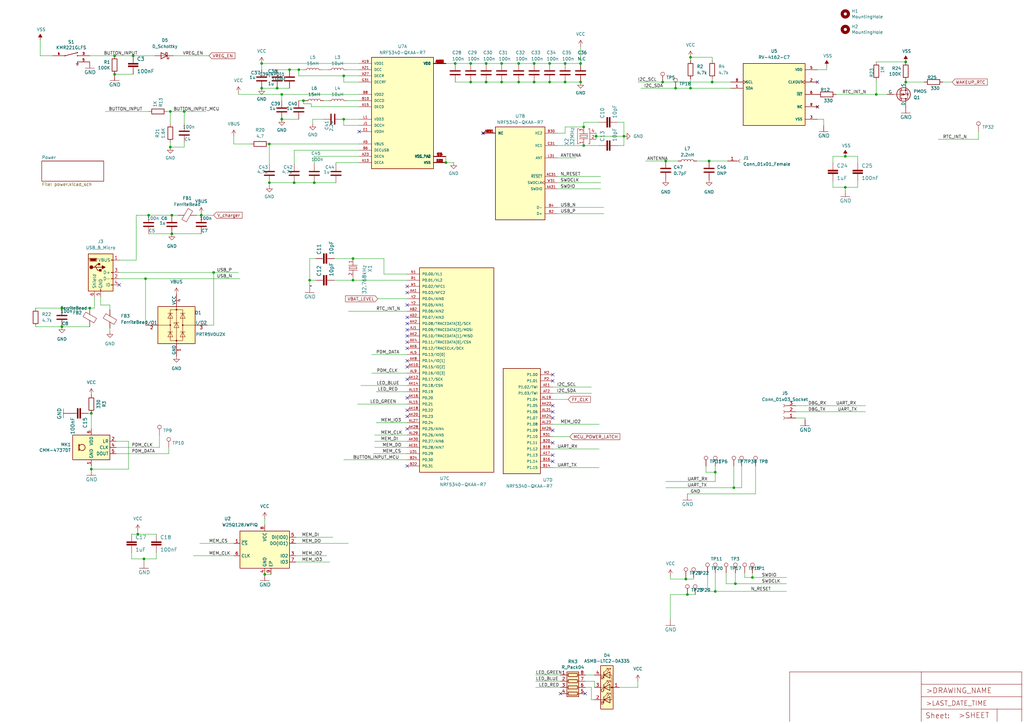
<source format=kicad_sch>
(kicad_sch (version 20230121) (generator eeschema)
  (paper "A3")
  (junction (at 115.57 48.895))
  (junction (at 205.74 33.655))
  (junction (at 113.665 36.195))
  (junction (at 144.78 106.045))
  (junction (at 75.565 45.72))
  (junction (at 70.485 88.265))
  (junction (at 238.125 26.035))
  (junction (at 59.055 229.235))
  (junction (at 199.39 26.035))
  (junction (at 127 114.935))
  (junction (at 281.94 243.84))
  (junction (at 283.21 36.195))
  (junction (at 193.04 26.035))
  (junction (at 36.83 126.365))
  (junction (at 140.97 31.115))
  (junction (at 300.99 200.025))
  (junction (at 54.61 22.86))
  (junction (at 60.96 88.265))
  (junction (at 124.46 41.275))
  (junction (at 271.78 33.655))
  (junction (at 255.905 55.88))
  (junction (at 56.515 219.075))
  (junction (at 238.125 33.655))
  (junction (at 239.395 52.07))
  (junction (at 346.71 76.835))
  (junction (at 293.37 193.675))
  (junction (at 25.4 133.985))
  (junction (at 69.85 45.72))
  (junction (at 371.475 25.4))
  (junction (at 82.55 88.265))
  (junction (at 122.555 28.575))
  (junction (at 225.425 26.035))
  (junction (at 371.475 33.655))
  (junction (at 144.78 114.935))
  (junction (at 212.725 33.655))
  (junction (at 301.625 239.395))
  (junction (at 193.04 33.655))
  (junction (at 219.075 26.035))
  (junction (at 219.075 33.655))
  (junction (at 140.97 48.895))
  (junction (at 182.88 66.675))
  (junction (at 308.61 236.855))
  (junction (at 118.745 28.575))
  (junction (at 244.475 55.88))
  (junction (at 293.37 242.57))
  (junction (at 87.63 111.76))
  (junction (at 277.0887 36.195))
  (junction (at 46.99 22.86))
  (junction (at 273.05 66.04))
  (junction (at 37.465 192.405))
  (junction (at 292.1 33.655))
  (junction (at 25.4 126.365))
  (junction (at 120.65 74.93))
  (junction (at 359.41 38.735))
  (junction (at 290.83 66.04))
  (junction (at 70.485 95.885))
  (junction (at 199.39 33.655))
  (junction (at 186.69 26.035))
  (junction (at 107.315 26.035))
  (junction (at 283.21 23.495))
  (junction (at 46.99 30.48))
  (junction (at 115.57 38.735))
  (junction (at 231.775 33.655))
  (junction (at 239.395 59.69))
  (junction (at 225.425 33.655))
  (junction (at 37.465 169.545))
  (junction (at 69.85 60.325))
  (junction (at 231.775 26.035))
  (junction (at 110.49 74.93))
  (junction (at 205.74 26.035))
  (junction (at 281.305 237.49))
  (junction (at 107.315 36.195))
  (junction (at 59.69 114.3))
  (junction (at 108.585 235.585))
  (junction (at 212.725 26.035))
  (junction (at 110.49 59.055))
  (junction (at 128.905 74.93))
  (junction (at 346.71 64.135))
  (no_connect (at 226.695 186.69))
  (no_connect (at 167.005 170.815))
  (no_connect (at 226.695 166.37))
  (no_connect (at 167.005 155.575))
  (no_connect (at 167.005 168.275))
  (no_connect (at 167.005 147.955))
  (no_connect (at 226.695 168.91))
  (no_connect (at 226.695 189.23))
  (no_connect (at 167.005 130.175))
  (no_connect (at 167.005 163.195))
  (no_connect (at 229.87 284.48))
  (no_connect (at 167.005 132.715))
  (no_connect (at 5.08 -36.83))
  (no_connect (at 167.005 117.475))
  (no_connect (at 167.005 135.255))
  (no_connect (at 226.695 181.61))
  (no_connect (at 240.03 284.48))
  (no_connect (at 48.895 116.84))
  (no_connect (at 226.695 176.53))
  (no_connect (at 167.005 137.795))
  (no_connect (at 167.005 150.495))
  (no_connect (at 167.005 175.895))
  (no_connect (at 167.005 140.335))
  (no_connect (at 226.695 171.45))
  (no_connect (at 167.005 125.095))
  (no_connect (at 147.32 53.975))
  (no_connect (at 226.695 156.21))
  (no_connect (at 167.005 191.135))
  (no_connect (at 226.695 153.67))
  (no_connect (at 335.28 43.815))
  (no_connect (at 198.12 54.61))
  (no_connect (at 167.005 120.015))
  (no_connect (at 167.005 142.875))
  (no_connect (at 335.28 33.655))
  (wire (pts (xy 231.775 52.07) (xy 239.395 52.07)))
  (wire (pts (xy 240.03 281.94) (xy 242.57 281.94)))
  (wire (pts (xy 69.215 183.515) (xy 69.215 186.055)))
  (wire (pts (xy 79.375 227.965) (xy 95.885 227.965)))
  (wire (pts (xy 132.715 41.275) (xy 134.62 41.275)))
  (wire (pts (xy 341.63 76.835) (xy 346.71 76.835)))
  (wire (pts (xy 264.795 66.04) (xy 273.05 66.04)))
  (wire (pts (xy 75.565 45.72) (xy 69.85 45.72)))
  (wire (pts (xy 147.32 59.055) (xy 110.49 59.055)))
  (wire (pts (xy 205.74 26.035) (xy 212.725 26.035)))
  (wire (pts (xy 52.705 192.405) (xy 52.705 180.975)))
  (wire (pts (xy 140.97 33.655) (xy 147.32 33.655)))
  (wire (pts (xy 144.78 114.935) (xy 167.005 114.935)))
  (wire (pts (xy 129.54 114.935) (xy 127 114.935)))
  (wire (pts (xy 54.61 22.86) (xy 63.5 22.86)))
  (wire (pts (xy 231.775 33.655) (xy 238.125 33.655)))
  (wire (pts (xy 330.2 171.45) (xy 330.2 172.085)))
  (wire (pts (xy 113.665 36.195) (xy 118.745 36.195)))
  (wire (pts (xy 274.955 237.49) (xy 281.305 237.49)))
  (wire (pts (xy 231.775 54.61) (xy 231.775 52.07)))
  (wire (pts (xy 70.485 95.885) (xy 82.55 95.885)))
  (wire (pts (xy 239.395 50.165) (xy 245.745 50.165)))
  (wire (pts (xy 132.715 48.895) (xy 128.27 48.895)))
  (wire (pts (xy 401.32 53.975) (xy 401.32 57.15)))
  (wire (pts (xy 297.815 234.95) (xy 297.815 239.395)))
  (wire (pts (xy 226.695 191.77) (xy 245.745 191.77)))
  (wire (pts (xy 238.125 19.05) (xy 238.125 26.035)))
  (wire (pts (xy 115.57 38.735) (xy 115.57 41.275)))
  (wire (pts (xy 281.94 202.565) (xy 309.88 202.565)))
  (wire (pts (xy 111.125 235.585) (xy 108.585 235.585)))
  (wire (pts (xy 60.96 95.885) (xy 70.485 95.885)))
  (wire (pts (xy 68.58 45.72) (xy 69.85 45.72)))
  (wire (pts (xy 292.1 33.655) (xy 299.72 33.655)))
  (wire (pts (xy 212.725 26.035) (xy 219.075 26.035)))
  (wire (pts (xy 289.56 193.675) (xy 293.37 193.675)))
  (wire (pts (xy 127 106.045) (xy 129.54 106.045)))
  (wire (pts (xy 146.685 165.735) (xy 167.005 165.735)))
  (wire (pts (xy 153.035 186.055) (xy 167.005 186.055)))
  (wire (pts (xy 25.4 126.365) (xy 36.83 126.365)))
  (wire (pts (xy 124.46 41.275) (xy 125.095 41.275)))
  (wire (pts (xy 346.71 64.135) (xy 351.79 64.135)))
  (wire (pts (xy 205.74 33.655) (xy 212.725 33.655)))
  (wire (pts (xy 341.63 76.835) (xy 341.63 74.295)))
  (wire (pts (xy 41.275 121.92) (xy 41.275 125.095)))
  (wire (pts (xy 281.94 243.84) (xy 285.115 243.84)))
  (wire (pts (xy 371.475 33.655) (xy 379.095 33.655)))
  (wire (pts (xy 147.32 43.815) (xy 127.635 43.815)))
  (wire (pts (xy 304.165 200.025) (xy 300.99 200.025)))
  (wire (pts (xy 122.555 28.575) (xy 124.46 28.575)))
  (wire (pts (xy 273.05 200.025) (xy 300.99 200.025)))
  (wire (pts (xy 46.99 22.86) (xy 54.61 22.86)))
  (wire (pts (xy 289.56 191.135) (xy 289.56 193.675)))
  (wire (pts (xy 121.285 227.965) (xy 133.985 227.965)))
  (wire (pts (xy 157.48 112.395) (xy 167.005 112.395)))
  (wire (pts (xy 226.695 184.15) (xy 245.745 184.15)))
  (wire (pts (xy 45.085 125.095) (xy 41.275 125.095)))
  (wire (pts (xy 231.775 26.035) (xy 238.125 26.035)))
  (wire (pts (xy 128.905 64.135) (xy 128.905 67.31)))
  (wire (pts (xy 56.515 217.805) (xy 56.515 219.075)))
  (wire (pts (xy 37.465 169.545) (xy 36.195 169.545)))
  (wire (pts (xy 292.1 23.495) (xy 292.1 24.765)))
  (wire (pts (xy 75.565 58.42) (xy 75.565 60.325)))
  (wire (pts (xy 351.79 64.135) (xy 351.79 66.675)))
  (wire (pts (xy 122.555 28.575) (xy 122.555 31.115)))
  (wire (pts (xy 225.425 26.035) (xy 231.775 26.035)))
  (wire (pts (xy 290.83 66.04) (xy 298.45 66.04)))
  (wire (pts (xy 290.195 242.57) (xy 293.37 242.57)))
  (wire (pts (xy 108.585 212.725) (xy 108.585 215.265)))
  (wire (pts (xy 283.21 23.495) (xy 292.1 23.495)))
  (wire (pts (xy 140.97 31.115) (xy 140.97 33.655)))
  (wire (pts (xy 304.165 191.135) (xy 304.165 200.025)))
  (wire (pts (xy 277.0887 36.195) (xy 283.21 36.195)))
  (wire (pts (xy 262.89 36.195) (xy 277.0887 36.195)))
  (wire (pts (xy 293.37 234.95) (xy 293.37 242.57)))
  (wire (pts (xy 113.665 28.575) (xy 118.745 28.575)))
  (wire (pts (xy 193.04 33.655) (xy 199.39 33.655)))
  (wire (pts (xy 48.895 111.76) (xy 87.63 111.76)))
  (wire (pts (xy 326.39 166.37) (xy 354.965 166.37)))
  (wire (pts (xy 244.475 54.61) (xy 244.475 55.88)))
  (wire (pts (xy 48.895 106.68) (xy 55.88 106.68)))
  (wire (pts (xy 228.6 77.47) (xy 246.38 77.47)))
  (wire (pts (xy 45.085 134.62) (xy 45.085 135.89)))
  (wire (pts (xy 70.485 88.265) (xy 73.025 88.265)))
  (wire (pts (xy 305.435 236.855) (xy 308.61 236.855)))
  (wire (pts (xy 69.85 60.325) (xy 69.85 58.42)))
  (wire (pts (xy 240.03 276.86) (xy 243.84 276.86)))
  (wire (pts (xy 261.62 281.94) (xy 261.62 279.4)))
  (wire (pts (xy 228.6 85.09) (xy 247.65 85.09)))
  (wire (pts (xy 199.39 26.035) (xy 205.74 26.035)))
  (wire (pts (xy 283.21 32.385) (xy 283.21 36.195)))
  (wire (pts (xy 97.79 38.735) (xy 97.79 38.1)))
  (wire (pts (xy 239.395 52.07) (xy 239.395 50.165)))
  (wire (pts (xy 60.96 88.265) (xy 55.88 88.265)))
  (wire (pts (xy 147.32 66.675) (xy 137.795 66.675)))
  (wire (pts (xy 87.63 111.76) (xy 97.79 111.76)))
  (wire (pts (xy 228.6 72.39) (xy 246.38 72.39)))
  (wire (pts (xy 228.6 59.69) (xy 239.395 59.69)))
  (wire (pts (xy 127.635 43.815) (xy 127.635 42.545)))
  (wire (pts (xy 147.955 158.115) (xy 167.005 158.115)))
  (wire (pts (xy 283.21 36.195) (xy 299.72 36.195)))
  (wire (pts (xy 346.71 64.135) (xy 341.63 64.135)))
  (wire (pts (xy 254 281.94) (xy 261.62 281.94)))
  (wire (pts (xy 157.48 106.045) (xy 144.78 106.045)))
  (wire (pts (xy 107.315 28.575) (xy 107.315 26.035)))
  (wire (pts (xy 95.885 59.055) (xy 95.885 55.88)))
  (wire (pts (xy 152.4 145.415) (xy 167.005 145.415)))
  (wire (pts (xy 284.48 236.855) (xy 284.48 237.49)))
  (wire (pts (xy 16.51 16.51) (xy 16.51 22.86)))
  (wire (pts (xy 56.515 219.075) (xy 53.975 219.075)))
  (wire (pts (xy 132.08 28.575) (xy 134.62 28.575)))
  (wire (pts (xy 305.435 234.95) (xy 305.435 236.855)))
  (wire (pts (xy 140.97 51.435) (xy 140.97 48.895)))
  (wire (pts (xy 153.67 183.515) (xy 167.005 183.515)))
  (wire (pts (xy 292.1 32.385) (xy 292.1 33.655)))
  (wire (pts (xy 142.24 28.575) (xy 147.32 28.575)))
  (wire (pts (xy 341.63 64.135) (xy 341.63 66.675)))
  (wire (pts (xy 239.395 59.69) (xy 245.745 59.69)))
  (wire (pts (xy 65.405 178.435) (xy 65.405 183.515)))
  (wire (pts (xy 301.625 239.395) (xy 322.58 239.395)))
  (wire (pts (xy 152.4 153.035) (xy 167.005 153.035)))
  (wire (pts (xy 359.41 38.735) (xy 363.855 38.735)))
  (wire (pts (xy 371.475 33.02) (xy 371.475 33.655)))
  (wire (pts (xy 339.09 28.575) (xy 339.09 27.305)))
  (wire (pts (xy 107.315 36.195) (xy 113.665 36.195)))
  (wire (pts (xy 281.305 236.855) (xy 281.305 237.49)))
  (wire (pts (xy 14.605 133.985) (xy 25.4 133.985)))
  (wire (pts (xy 37.465 192.405) (xy 37.465 191.135)))
  (wire (pts (xy 147.32 31.115) (xy 140.97 31.115)))
  (wire (pts (xy 199.39 33.655) (xy 205.74 33.655)))
  (wire (pts (xy 59.055 230.505) (xy 59.055 229.235)))
  (wire (pts (xy 229.87 276.86) (xy 219.71 276.86)))
  (wire (pts (xy 271.78 33.655) (xy 292.1 33.655)))
  (wire (pts (xy 102.87 59.055) (xy 95.885 59.055)))
  (wire (pts (xy 127 114.935) (xy 127 106.045)))
  (wire (pts (xy 47.625 183.515) (xy 65.405 183.515)))
  (wire (pts (xy 386.715 33.655) (xy 390.525 33.655)))
  (wire (pts (xy 25.4 133.985) (xy 36.83 133.985)))
  (wire (pts (xy 128.27 48.895) (xy 128.27 50.8)))
  (wire (pts (xy 255.905 55.88) (xy 255.905 59.69)))
  (wire (pts (xy 301.625 234.95) (xy 301.625 239.395)))
  (wire (pts (xy 64.135 219.075) (xy 56.515 219.075)))
  (wire (pts (xy 182.88 64.135) (xy 182.88 66.675)))
  (wire (pts (xy 226.695 161.29) (xy 242.57 161.29)))
  (wire (pts (xy 64.135 229.235) (xy 64.135 226.695)))
  (wire (pts (xy 261.62 33.655) (xy 271.78 33.655)))
  (wire (pts (xy 226.695 173.99) (xy 245.745 173.99)))
  (wire (pts (xy 226.695 179.07) (xy 233.68 179.07)))
  (wire (pts (xy 37.465 192.405) (xy 52.705 192.405)))
  (wire (pts (xy 154.305 160.655) (xy 167.005 160.655)))
  (wire (pts (xy 283.21 23.495) (xy 283.21 24.765)))
  (wire (pts (xy 273.05 197.485) (xy 293.37 197.485)))
  (wire (pts (xy 290.195 234.95) (xy 290.195 242.57)))
  (wire (pts (xy 115.57 38.735) (xy 97.79 38.735)))
  (wire (pts (xy 255.905 50.165) (xy 255.905 55.88)))
  (wire (pts (xy 121.285 222.885) (xy 142.875 222.885)))
  (wire (pts (xy 326.39 168.91) (xy 354.965 168.91)))
  (wire (pts (xy 127.635 42.545) (xy 124.46 42.545)))
  (wire (pts (xy 228.6 54.61) (xy 231.775 54.61)))
  (wire (pts (xy 47.625 186.055) (xy 69.215 186.055)))
  (wire (pts (xy 122.555 41.275) (xy 124.46 41.275)))
  (wire (pts (xy 36.83 22.86) (xy 46.99 22.86)))
  (wire (pts (xy 140.335 48.895) (xy 140.97 48.895)))
  (wire (pts (xy 142.24 41.275) (xy 147.32 41.275)))
  (wire (pts (xy 59.055 229.235) (xy 64.135 229.235)))
  (wire (pts (xy 242.57 287.02) (xy 243.84 287.02)))
  (wire (pts (xy 110.49 59.055) (xy 110.49 67.31)))
  (wire (pts (xy 127 117.475) (xy 127 114.935)))
  (wire (pts (xy 335.28 28.575) (xy 339.09 28.575)))
  (wire (pts (xy 153.67 178.435) (xy 167.005 178.435)))
  (wire (pts (xy 16.51 22.86) (xy 21.59 22.86)))
  (wire (pts (xy 186.69 33.655) (xy 193.04 33.655)))
  (wire (pts (xy 140.97 188.595) (xy 167.005 188.595)))
  (wire (pts (xy 110.49 74.93) (xy 110.49 76.2)))
  (wire (pts (xy 243.84 279.4) (xy 243.84 281.94)))
  (wire (pts (xy 273.05 66.04) (xy 278.13 66.04)))
  (wire (pts (xy 82.55 87.63) (xy 82.55 88.265)))
  (wire (pts (xy 52.705 180.975) (xy 47.625 180.975)))
  (wire (pts (xy 293.37 197.485) (xy 293.37 193.675)))
  (wire (pts (xy 137.795 66.675) (xy 137.795 67.31)))
  (wire (pts (xy 293.37 193.675) (xy 293.37 191.135)))
  (wire (pts (xy 359.41 25.4) (xy 371.475 25.4)))
  (wire (pts (xy 36.83 126.365) (xy 38.735 126.365)))
  (wire (pts (xy 147.32 64.135) (xy 128.905 64.135)))
  (wire (pts (xy 121.285 230.505) (xy 135.255 230.505)))
  (wire (pts (xy 285.75 66.04) (xy 290.83 66.04)))
  (wire (pts (xy 118.745 28.575) (xy 122.555 28.575)))
  (wire (pts (xy 147.32 38.735) (xy 115.57 38.735)))
  (wire (pts (xy 300.99 200.025) (xy 300.99 191.135)))
  (wire (pts (xy 242.57 281.94) (xy 242.57 287.02)))
  (wire (pts (xy 110.49 74.93) (xy 120.65 74.93)))
  (wire (pts (xy 293.37 242.57) (xy 322.58 242.57)))
  (wire (pts (xy 121.285 220.345) (xy 136.525 220.345)))
  (wire (pts (xy 137.16 114.935) (xy 144.78 114.935)))
  (wire (pts (xy 38.735 121.92) (xy 38.735 126.365)))
  (wire (pts (xy 120.65 67.31) (xy 120.65 61.595)))
  (wire (pts (xy 124.46 42.545) (xy 124.46 41.275)))
  (wire (pts (xy 193.04 26.035) (xy 199.39 26.035)))
  (wire (pts (xy 326.39 171.45) (xy 330.2 171.45)))
  (wire (pts (xy 182.88 66.675) (xy 186.055 66.675)))
  (wire (pts (xy 59.69 114.3) (xy 98.425 114.3)))
  (wire (pts (xy 140.97 31.115) (xy 122.555 31.115)))
  (wire (pts (xy 335.28 48.895) (xy 337.82 48.895)))
  (wire (pts (xy 228.6 74.93) (xy 246.38 74.93)))
  (wire (pts (xy 337.82 48.895) (xy 337.82 51.435)))
  (wire (pts (xy 284.48 237.49) (xy 281.305 237.49)))
  (wire (pts (xy 55.88 88.265) (xy 55.88 106.68)))
  (wire (pts (xy 244.475 55.88) (xy 255.905 55.88)))
  (wire (pts (xy 107.315 26.035) (xy 147.32 26.035)))
  (wire (pts (xy 14.605 126.365) (xy 25.4 126.365)))
  (wire (pts (xy 144.78 114.935) (xy 144.78 113.665)))
  (wire (pts (xy 43.18 45.72) (xy 60.96 45.72)))
  (wire (pts (xy 346.71 78.105) (xy 346.71 76.835)))
  (wire (pts (xy 53.975 229.235) (xy 59.055 229.235)))
  (wire (pts (xy 219.075 26.035) (xy 225.425 26.035)))
  (wire (pts (xy 342.9 38.735) (xy 359.41 38.735)))
  (wire (pts (xy 147.32 51.435) (xy 140.97 51.435)))
  (wire (pts (xy 140.97 48.895) (xy 147.32 48.895)))
  (wire (pts (xy 240.03 279.4) (xy 243.84 279.4)))
  (wire (pts (xy 226.695 163.83) (xy 233.045 163.83)))
  (wire (pts (xy 297.815 239.395) (xy 301.625 239.395)))
  (wire (pts (xy 255.905 59.69) (xy 253.365 59.69)))
  (wire (pts (xy 186.69 26.035) (xy 193.04 26.035)))
  (wire (pts (xy 182.88 26.035) (xy 186.69 26.035)))
  (wire (pts (xy 228.6 87.63) (xy 247.65 87.63)))
  (wire (pts (xy 142.875 127.635) (xy 167.005 127.635)))
  (wire (pts (xy 157.48 112.395) (xy 157.48 106.045)))
  (wire (pts (xy 228.6 64.77) (xy 236.22 64.77)))
  (wire (pts (xy 225.425 33.655) (xy 231.775 33.655)))
  (wire (pts (xy 115.57 48.895) (xy 122.555 48.895)))
  (wire (pts (xy 229.87 281.94) (xy 219.71 281.94)))
  (wire (pts (xy 253.365 50.165) (xy 255.905 50.165)))
  (wire (pts (xy 154.305 173.355) (xy 167.005 173.355)))
  (wire (pts (xy 71.12 22.86) (xy 85.725 22.86)))
  (wire (pts (xy 212.725 33.655) (xy 219.075 33.655)))
  (wire (pts (xy 359.41 33.02) (xy 359.41 38.735)))
  (wire (pts (xy 75.565 50.8) (xy 75.565 45.72)))
  (wire (pts (xy 75.565 60.325) (xy 69.85 60.325)))
  (wire (pts (xy 82.55 88.265) (xy 87.63 88.265)))
  (wire (pts (xy 308.61 236.855) (xy 322.58 236.855)))
  (wire (pts (xy 137.16 106.045) (xy 144.78 106.045)))
  (wire (pts (xy 219.075 33.655) (xy 225.425 33.655)))
  (wire (pts (xy 384.81 57.15) (xy 401.32 57.15)))
  (wire (pts (xy 54.61 30.48) (xy 46.99 30.48)))
  (wire (pts (xy 308.61 236.855) (xy 308.61 234.95)))
  (wire (pts (xy 60.96 88.265) (xy 70.485 88.265)))
  (wire (pts (xy 69.85 45.72) (xy 69.85 50.8)))
  (wire (pts (xy 85.09 133.35) (xy 87.63 133.35)))
  (wire (pts (xy 80.645 88.265) (xy 82.55 88.265)))
  (wire (pts (xy 244.475 55.88) (xy 244.475 57.15)))
  (wire (pts (xy 351.79 76.835) (xy 351.79 74.295)))
  (wire (pts (xy 59.69 133.35) (xy 59.69 114.3)))
  (wire (pts (xy 120.65 74.93) (xy 128.905 74.93)))
  (wire (pts (xy 346.71 76.835) (xy 351.79 76.835)))
  (wire (pts (xy 154.94 122.555) (xy 167.005 122.555)))
  (wire (pts (xy 274.955 243.84) (xy 274.955 254)))
  (wire (pts (xy 53.975 229.235) (xy 53.975 226.695)))
  (wire (pts (xy 226.695 158.75) (xy 242.57 158.75)))
  (wire (pts (xy 37.465 175.895) (xy 37.465 169.545)))
  (wire (pts (xy 45.085 127) (xy 45.085 125.095)))
  (wire (pts (xy 274.955 243.84) (xy 281.94 243.84)))
  (wire (pts (xy 128.905 74.93) (xy 137.795 74.93)))
  (wire (pts (xy 120.65 61.595) (xy 147.32 61.595)))
  (wire (pts (xy 48.895 114.3) (xy 59.69 114.3)))
  (wire (pts (xy 81.915 222.885) (xy 95.885 222.885)))
  (wire (pts (xy 229.87 279.4) (xy 219.71 279.4)))
  (wire (pts (xy 87.63 111.76) (xy 87.63 133.35)))
  (wire (pts (xy 274.955 237.49) (xy 274.955 236.22)))
  (wire (pts (xy 75.565 45.72) (xy 84.455 45.72)))
  (wire (pts (xy 309.88 202.565) (xy 309.88 191.135)))
  (wire (pts (xy 153.67 180.975) (xy 167.005 180.975)))
  (label "UART_TX" (at 228.6 191.77 0))
  (label "MEM_CLK" (at 85.725 227.965 0))
  (label "BUTTON_INPUT" (at 58.42 45.72 180))
  (label "UART_TX" (at 343.535 168.91 0))
  (label "PDM_DATA" (at 53.975 186.055 0))
  (label "MEM_CS" (at 85.725 222.885 0))
  (label "PDM_CLK" (at 163.195 153.035 180))
  (label "UART_TX" (at 281.94 200.025 0))
  (label "BUTTON_INPUT" (at 42.545 22.86 0))
  (label "LED_BLUE" (at 219.71 279.4 0))
  (label "SWDIO" (at 229.87 77.47 0))
  (label "LED_GREEN" (at 162.56 165.735 180))
  (label "LED_BLUE" (at 163.83 158.115 180))
  (label "PDM_DATA" (at 163.83 145.415 180))
  (label "DBG_RX" (at 331.47 166.37 0))
  (label "UART_RX" (at 228.6 184.15 0))
  (label "GND" (at 283.21 202.565 0))
  (label "USB_P" (at 229.87 87.63 0))
  (label "MEM_IO3" (at 156.21 173.355 0))
  (label "I2C_SDA" (at 264.16 36.195 0))
  (label "MEM_DI" (at 156.21 180.975 0))
  (label "SWDCLK" (at 229.87 74.93 0))
  (label "ANTENNA" (at 265.43 66.04 0))
  (label "MEM_DO" (at 156.845 183.515 0))
  (label "I2C_SCL" (at 261.62 33.655 0))
  (label "N_RESET" (at 229.87 72.39 0))
  (label "BUTTON_INPUT_MCU" (at 71.12 45.72 0))
  (label "USB_N" (at 88.9 114.3 0))
  (label "UART_RX" (at 281.94 197.485 0))
  (label "ANTENNA" (at 229.87 64.77 0))
  (label "GND" (at 127 117.475 0) (effects (font (size 0.254 0.254))))
  (label "MEM_DO" (at 123.825 222.885 0))
  (label "RTC_INT_N" (at 345.44 38.735 0))
  (label "RTC_INT_N" (at 154.305 127.635 0))
  (label "I2C_SCL" (at 236.22 158.75 180))
  (label "VREG_EN" (at 74.93 22.86 0))
  (label "SWDIO" (at 312.42 236.855 0))
  (label "LED_RED" (at 220.98 281.94 0))
  (label "MEM_IO2" (at 229.87 173.99 0))
  (label "MEM_DI" (at 123.825 220.345 0))
  (label "PDM_CLK" (at 53.975 183.515 0))
  (label "MEM_IO3" (at 123.825 230.505 0))
  (label "USB_N" (at 229.87 85.09 0))
  (label "BUTTON_INPUT_MCU" (at 144.78 188.595 0))
  (label "SWDCLK" (at 312.42 239.395 0))
  (label "RTC_INT_N" (at 386.715 57.15 0))
  (label "N_RESET" (at 307.975 242.57 0))
  (label "LED_RED" (at 163.195 160.655 180))
  (label "I2C_SDA" (at 236.22 161.29 180))
  (label "MEM_IO2" (at 123.825 227.965 0))
  (label "LED_GREEN" (at 219.71 276.86 0))
  (label "UART_RX" (at 342.9 166.37 0))
  (label "DBG_TX" (at 331.47 168.91 0))
  (label "USB_P" (at 88.9 111.76 0))
  (label "MEM_CLK" (at 156.21 178.435 0))
  (label "MEM_CS" (at 156.845 186.055 0))
  (global_label "VBAT_LEVEL" (shape input) (at 154.94 122.555 180) (property "Intersheetrefs" "${INTERSHEET_REFS}" (effects hide)))
  (global_label "FF_CLK" (shape input) (at 233.045 163.83 0) (property "Intersheetrefs" "${INTERSHEET_REFS}" (effects hide)))
  (global_label "WAKEUP_RTC" (shape input) (at 390.525 33.655 0) (property "Intersheetrefs" "${INTERSHEET_REFS}" (effects hide)))
  (global_label "VREG_EN" (shape input) (at 85.725 22.86 0) (property "Intersheetrefs" "${INTERSHEET_REFS}" (effects hide)))
  (global_label "V_charger" (shape input) (at 87.63 88.265 0) (property "Intersheetrefs" "${INTERSHEET_REFS}" (effects hide)))
  (global_label "MCU_POWER_LATCH" (shape input) (at 233.68 179.07 0) (property "Intersheetrefs" "${INTERSHEET_REFS}" (effects hide)))
  (symbol (lib_id "nRF52832_qfaa-eagle-import:CAPACITOR_0402_N") (at 54.61 25.4 0) (unit 1)
    (property "Reference" "C3" (at 56.134 25.019 0) (effects (font (size 1.4986 1.4986)) (justify left bottom)))
    (property "Value" "100nF" (at 56.134 30.099 0) (effects (font (size 1.4986 1.4986)) (justify left bottom)))
    (property "Footprint" "Capacitor_SMD:C_0402_1005Metric" (effects hide))
    (property "LCSC" "C1525" (effects hide))
  )
  (symbol (lib_id "nRF52832_qfaa-eagle-import:GND") (at 46.99 33.02 0) (mirror y) (unit 1)
    (property "Reference" "#GND02" (effects hide))
    (property "Value" "GND" (at 49.53 35.56 0) (effects (font (size 1.4986 1.4986)) (justify left bottom)))
  )
  (symbol (lib_id "Device:R") (at 46.99 26.67 0) (mirror y) (unit 1)
    (property "Reference" "R1" (at 45.212 25.5016 0) (effects (justify left)))
    (property "Value" "100K" (at 45.212 27.813 0) (effects (justify left)))
    (property "Footprint" "Resistor_SMD:R_0402_1005Metric" (effects hide))
    (property "LCSC" "C25741" (effects hide))
  )
  (symbol (lib_id "Memory_Flash:W25Q32JVZP") (at 108.585 225.425 0) (unit 1)
    (property "Reference" "U2" (at 93.345 212.725 0))
    (property "Value" "W25Q128JWPIQ" (at 98.425 215.265 0))
    (property "Footprint" "nRF52832_qfaa:WSON-8-1EP_6x5mm_P1.27mm_EP3.4x4.3mm" (effects hide))
    (property "Datasheet" "http://www.winbond.com/resource-files/w25q32jv%20revg%2003272018%20plus.pdf" (effects hide))
    (property "LCSC" "C2689660" (effects hide))
  )
  (symbol (lib_id "nRF52832_qfaa-eagle-import:GND") (at 274.955 256.54 0) (mirror y) (unit 1)
    (property "Reference" "#GND018" (effects hide))
    (property "Value" "GND" (at 277.495 259.08 0) (effects (font (size 1.4986 1.4986)) (justify left bottom)))
  )
  (symbol (lib_id "nRF52832_qfaa-eagle-import:GND") (at 108.585 238.125 0) (mirror y) (unit 1)
    (property "Reference" "#GND020" (effects hide))
    (property "Value" "GND" (at 111.125 240.665 0) (effects (font (size 1.4986 1.4986)) (justify left bottom)))
  )
  (symbol (lib_id "nRF52832_qfaa-eagle-import:GND") (at 281.94 205.105 0) (mirror y) (unit 1)
    (property "Reference" "#GND015" (effects hide))
    (property "Value" "GND" (at 284.48 207.645 0) (effects (font (size 1.4986 1.4986)) (justify left bottom)))
  )
  (symbol (lib_id "nRF52832_qfaa-eagle-import:CAPACITOR_0402_N") (at 64.135 221.615 0) (unit 1)
    (property "Reference" "C18" (at 65.659 221.234 0) (effects (font (size 1.4986 1.4986)) (justify left bottom)))
    (property "Value" "100nF" (at 65.659 226.314 0) (effects (font (size 1.4986 1.4986)) (justify left bottom)))
    (property "Footprint" "Capacitor_SMD:C_0402_1005Metric" (effects hide))
    (property "LCSC" "C1525" (effects hide))
  )
  (symbol (lib_id "nRF52832_qfaa-eagle-import:CAPACITOR_0402_N") (at 53.975 221.615 0) (unit 1)
    (property "Reference" "C17" (at 55.499 221.234 0) (effects (font (size 1.4986 1.4986)) (justify left bottom)))
    (property "Value" "1uF" (at 55.499 226.314 0) (effects (font (size 1.4986 1.4986)) (justify left bottom)))
    (property "Footprint" "Capacitor_SMD:C_0402_1005Metric" (effects hide))
    (property "LCSC" "C52923" (effects hide))
  )
  (symbol (lib_id "nRF52832_qfaa-eagle-import:GND") (at 59.055 233.045 0) (mirror y) (unit 1)
    (property "Reference" "#GND019" (effects hide))
    (property "Value" "GND" (at 61.595 235.585 0) (effects (font (size 1.4986 1.4986)) (justify left bottom)))
  )
  (symbol (lib_id "nRF52832_qfaa-eagle-import:CAPACITOR_0402_N") (at 33.655 169.545 270) (unit 1)
    (property "Reference" "C15" (at 34.036 171.069 0) (effects (font (size 1.4986 1.4986)) (justify left bottom)))
    (property "Value" "100nF" (at 28.956 171.069 0) (effects (font (size 1.4986 1.4986)) (justify left bottom)))
    (property "Footprint" "Capacitor_SMD:C_0402_1005Metric" (effects hide))
    (property "LCSC" "C1525" (effects hide))
  )
  (symbol (lib_id "nRF52832_qfaa-eagle-import:GND") (at 37.465 194.945 0) (mirror y) (unit 1)
    (property "Reference" "#GND017" (effects hide))
    (property "Value" "GND" (at 40.005 197.485 0) (effects (font (size 1.4986 1.4986)) (justify left bottom)))
  )
  (symbol (lib_id "Device:R") (at 37.465 165.735 180) (unit 1)
    (property "Reference" "R3" (at 42.7228 165.735 90))
    (property "Value" "330" (at 40.4114 165.735 90))
    (property "Footprint" "Resistor_SMD:R_0402_1005Metric" (effects hide))
    (property "LCSC" "C25104" (effects hide))
  )
  (symbol (lib_id "Mechanical:MountingHole") (at 346.71 5.715 0) (unit 1)
    (property "Reference" "H1" (at 349.25 4.5466 0) (effects (justify left)))
    (property "Value" "MountingHole" (at 349.25 6.858 0) (effects (justify left)))
    (property "Footprint" "nRF52832_qfaa:MountingHole_1mm" (effects hide))
  )
  (symbol (lib_id "Mechanical:MountingHole") (at 346.71 12.065 0) (unit 1)
    (property "Reference" "H2" (at 349.25 10.8966 0) (effects (justify left)))
    (property "Value" "MountingHole" (at 349.25 13.208 0) (effects (justify left)))
    (property "Footprint" "nRF52832_qfaa:MountingHole_1mm" (effects hide))
  )
  (symbol (lib_id "power:VSS") (at 16.51 16.51 0) (unit 1)
    (property "Reference" "#PWR01" (effects hide))
    (property "Value" "VSS" (at 16.891 12.1158 0))
  )
  (symbol (lib_id "_button:KMR221GLFS") (at 29.21 22.86 0) (unit 1)
    (property "Reference" "S1" (at 29.21 17.2212 0))
    (property "Value" "KMR221GLFS" (at 29.21 19.5326 0))
    (property "Footprint" "df_components:SW_KMR221GLFS" (effects hide))
    (property "LCSC" "C72443" (effects hide))
  )
  (symbol (lib_id "nRF52832_qfaa-eagle-import:GND") (at 36.83 27.94 0) (mirror y) (unit 1)
    (property "Reference" "#GND0103" (effects hide))
    (property "Value" "GND" (at 39.37 30.48 0) (effects (font (size 1.4986 1.4986)) (justify left bottom)))
  )
  (symbol (lib_id "Connector:TestPoint") (at 293.37 191.135 0) (unit 1)
    (property "Reference" "TP6" (at 294.8432 189.3062 0) (effects (justify left)))
    (property "Value" "TestPoint" (effects hide))
    (property "Footprint" "TestPoint:TestPoint_Pad_D1.0mm" (effects hide))
  )
  (symbol (lib_id "Connector:TestPoint") (at 300.99 191.135 0) (unit 1)
    (property "Reference" "TP7" (at 302.4632 189.3062 0) (effects (justify left)))
    (property "Value" "TestPoint" (effects hide))
    (property "Footprint" "TestPoint:TestPoint_Pad_D1.0mm" (effects hide))
  )
  (symbol (lib_id "Connector:TestPoint") (at 309.88 191.135 0) (unit 1)
    (property "Reference" "TP8" (at 311.3532 189.3062 0) (effects (justify left)))
    (property "Value" "TestPoint" (effects hide))
    (property "Footprint" "TestPoint:TestPoint_Pad_D1.0mm" (effects hide))
  )
  (symbol (lib_id "Sensor_Audio:MP45DT02") (at 37.465 183.515 0) (unit 1)
    (property "Reference" "MK1" (at 29.1084 182.3466 0) (effects (justify right)))
    (property "Value" "CMM-4737DT" (at 29.1084 184.658 0) (effects (justify right)))
    (property "Footprint" "Sensor_Audio:ST_HLGA-6_3.76x4.72mm_P1.65mm" (effects hide))
    (property "Datasheet" "https://www.digikey.com/en/products/detail/cui-devices/CMM-4737DT-26386-TR/9748843" (effects hide))
  )
  (symbol (lib_id "nRF52832_qfaa-eagle-import:GND") (at 26.035 169.545 270) (mirror x) (unit 1)
    (property "Reference" "#GND014" (effects hide))
    (property "Value" "GND" (at 23.495 172.085 0) (effects (font (size 1.4986 1.4986)) (justify left bottom)))
  )
  (symbol (lib_id "nRF52832_qfaa-eagle-import:A4L-LOC") (at 162.56 299.72 0) (unit 1)
    (property "Reference" "#FRAME1" (effects hide))
    (property "Value" "1" (effects hide))
  )
  (symbol (lib_id "nRF52832_qfaa-eagle-import:CAPACITOR_0402_N") (at 132.08 106.045 90) (unit 1)
    (property "Reference" "C11" (at 131.699 104.521 0) (effects (font (size 1.4986 1.4986)) (justify left bottom)))
    (property "Value" "10pF" (at 136.779 104.521 0) (effects (font (size 1.4986 1.4986)) (justify left bottom)))
    (property "Footprint" "Capacitor_SMD:C_0201_0603Metric" (effects hide))
    (property "LCSC" "C161369" (effects hide))
  )
  (symbol (lib_id "power:GND") (at 238.125 33.655 0) (unit 1)
    (property "Reference" "#PWR02" (effects hide))
    (property "Value" "GND" (at 238.125 38.1 0))
  )
  (symbol (lib_id "power:GND") (at 273.05 73.66 0) (unit 1)
    (property "Reference" "#PWR017" (effects hide))
    (property "Value" "GND" (at 273.05 78.74 0))
  )
  (symbol (lib_id "Device:R") (at 292.1 28.575 0) (unit 1)
    (property "Reference" "R4" (at 294.64 27.3049 0) (effects (justify left)))
    (property "Value" "4.7k" (at 294.64 29.8449 0) (effects (justify left)))
    (property "Footprint" "Resistor_SMD:R_0402_1005Metric" (effects hide))
    (property "LCSC" "C25900" (effects hide))
  )
  (symbol (lib_id "Connector:TestPoint") (at 290.195 234.95 0) (unit 1)
    (property "Reference" "TP20" (at 291.6682 233.1212 0) (effects (justify left)))
    (property "Value" "TestPoint" (effects hide))
    (property "Footprint" "TestPoint:TestPoint_Pad_D1.0mm" (effects hide))
  )
  (symbol (lib_id "Device:L") (at 138.43 41.275 90) (unit 1)
    (property "Reference" "L4" (at 138.43 36.195 90))
    (property "Value" "10uH" (at 138.43 38.735 90))
    (property "Footprint" "Inductor_SMD:L_0603_1608Metric" (effects hide))
    (property "LCSC" "C5339208" (effects hide))
  )
  (symbol (lib_id "Device:R_Pack04") (at 234.95 281.94 270) (unit 1)
    (property "Reference" "RN3" (at 234.95 271.3482 90))
    (property "Value" "R_Pack04" (at 234.95 273.6596 90))
    (property "Footprint" "Resistor_SMD:R_Array_Convex_4x0402" (effects hide))
    (property "LCSC" "C25726" (effects hide))
  )
  (symbol (lib_id "power:GND") (at 72.39 146.05 0) (unit 1)
    (property "Reference" "#PWR022" (effects hide))
    (property "Value" "GND" (at 72.39 151.13 0))
  )
  (symbol (lib_id "NRF5340:NRF5340-QKAA-R7") (at 213.995 171.45 0) (mirror y) (unit 4)
    (property "Reference" "U7" (at 226.695 196.85 0) (effects (justify left)))
    (property "Value" "NRF5340-QKAA-R7" (at 226.695 199.39 0) (effects (justify left)))
    (property "Footprint" "_other:XCVR_NRF5340-QKAA-R7" (effects hide))
    (property "MF" "Nordic Semiconductor ASA" (effects hide))
    (property "MAXIMUM_PACKAGE_HEIGHT" "0.85mm" (effects hide))
    (property "Package" "None" (effects hide))
    (property "Price" "None" (effects hide))
    (property "Check_prices" "https://www.snapeda.com/parts/NRF5340-QKAA-R7/Nordic+Semiconductor+ASA/view-part/?ref=eda" (effects hide))
    (property "STANDARD" "Manufacturer Recommendations" (effects hide))
    (property "PARTREV" "1.0" (effects hide))
    (property "SnapEDA_Link" "https://www.snapeda.com/parts/NRF5340-QKAA-R7/Nordic+Semiconductor+ASA/view-part/?ref=snap" (effects hide))
    (property "MP" "NRF5340-QKAA-R7" (effects hide))
    (property "Description" "\nRF System on a Chip - SoC Dual-core Bluetooth 5.2 SoC supporting Bluetooth Low Energy, Bluetooth mesh, NFC, Thread, and Zigbee\n" (effects hide))
    (property "Availability" "In Stock" (effects hide))
    (property "MANUFACTURER" "Nordic Semiconductor" (effects hide))
    (property "LCSC" "C3015611" (effects hide))
  )
  (symbol (lib_id "nRF52832_qfaa-eagle-import:XTAL_32KHZ") (at 144.78 108.585 270) (unit 1)
    (property "Reference" "X1" (at 150.876 108.585 0) (effects (font (size 1.4986 1.4986)) (justify left bottom)))
    (property "Value" "32.768kHz" (at 148.59 108.585 0) (effects (font (size 1.4986 1.4986)) (justify left bottom)))
    (property "Footprint" "Crystal:Crystal_SMD_MicroCrystal_CM9V-T1A-2Pin_1.6x1.0mm" (effects hide))
    (property "Digikey" "https://www.digikey.de/de/products/detail/citizen-finedevice-co-ltd/CM1610H32768DZBT/7229893" (effects hide))
  )
  (symbol (lib_id "Connector:TestPoint") (at 293.37 234.95 0) (unit 1)
    (property "Reference" "TP11" (at 291.465 229.235 0) (effects (justify left)))
    (property "Value" "TestPoint" (effects hide))
    (property "Footprint" "TestPoint:TestPoint_Pad_D1.0mm" (effects hide))
  )
  (symbol (lib_id "Device:L") (at 128.905 41.275 90) (unit 1)
    (property "Reference" "L6" (at 128.905 36.195 90))
    (property "Value" "15nH" (at 128.905 38.735 90))
    (property "Footprint" "Inductor_SMD:L_0201_0603Metric" (effects hide))
    (property "LCSC" "C1332892" (effects hide))
  )
  (symbol (lib_id "power:GND") (at 115.57 48.895 0) (unit 1)
    (property "Reference" "#PWR012" (effects hide))
    (property "Value" "GND" (at 115.57 53.34 0))
  )
  (symbol (lib_id "Device:C") (at 231.775 29.845 0) (unit 1)
    (property "Reference" "C35" (at 230.505 21.59 0) (effects (justify left)))
    (property "Value" "100n" (at 230.505 24.13 0) (effects (justify left)))
    (property "Footprint" "Capacitor_SMD:C_0201_0603Metric" (effects hide))
    (property "LCSC" "C5142565" (effects hide))
  )
  (symbol (lib_id "Simulation_SPICE:PMOS") (at 368.935 38.735 0) (mirror x) (unit 1)
    (property "Reference" "Q1" (at 374.65 40.005 0) (effects (justify left)))
    (property "Value" "PMOS" (at 374.65 37.465 0) (effects (justify left)))
    (property "Footprint" "Package_TO_SOT_SMD:SOT-23" (effects hide))
    (property "Datasheet" "https://ngspice.sourceforge.io/docs/ngspice-manual.pdf" (effects hide))
    (property "Sim.Device" "PMOS" (effects hide))
    (property "Sim.Type" "VDMOS" (effects hide))
    (property "Sim.Pins" "1=D 2=G 3=S" (effects hide))
    (property "LCSC" "C332106" (effects hide))
  )
  (symbol (lib_id "power:GND") (at 128.27 50.8 0) (unit 1)
    (property "Reference" "#PWR013" (effects hide))
    (property "Value" "GND" (at 128.27 55.245 0))
  )
  (symbol (lib_id "Connector:Conn_01x03_Socket") (at 321.31 168.91 180) (unit 1)
    (property "Reference" "J5" (at 321.945 161.29 0))
    (property "Value" "Conn_01x03_Socket" (at 321.945 163.83 0))
    (property "Footprint" "_other:JST_SM03B-SRSS-TB_LF__SN_" (effects hide))
  )
  (symbol (lib_id "Device:R") (at 359.41 29.21 0) (unit 1)
    (property "Reference" "R23" (at 357.505 29.845 90))
    (property "Value" "1M" (at 361.95 28.575 90))
    (property "Footprint" "Resistor_SMD:R_0402_1005Metric" (effects hide))
    (property "LCSC" "C226699" (effects hide))
  )
  (symbol (lib_id "Device:C") (at 115.57 45.085 0) (unit 1)
    (property "Reference" "C39" (at 111.125 42.545 0) (effects (justify left)))
    (property "Value" "1u" (at 110.49 44.45 0) (effects (justify left)))
    (property "Footprint" "Capacitor_SMD:C_0402_1005Metric" (effects hide))
    (property "LCSC" "C77007" (effects hide))
  )
  (symbol (lib_id "power:VCC") (at 37.465 161.925 0) (unit 1)
    (property "Reference" "#PWR031" (effects hide))
    (property "Value" "VCC" (at 37.465 156.845 0))
  )
  (symbol (lib_id "power:VCC") (at 56.515 217.805 0) (unit 1)
    (property "Reference" "#PWR033" (effects hide))
    (property "Value" "VCC" (at 56.515 212.725 0))
  )
  (symbol (lib_id "power:VCC") (at 261.62 279.4 0) (unit 1)
    (property "Reference" "#PWR034" (effects hide))
    (property "Value" "VCC" (at 261.62 274.32 0))
  )
  (symbol (lib_id "Connector:TestPoint") (at 304.165 191.135 0) (unit 1)
    (property "Reference" "TP30" (at 305.6382 189.3062 0) (effects (justify left)))
    (property "Value" "TestPoint" (effects hide))
    (property "Footprint" "TestPoint:TestPoint_Pad_D1.0mm" (effects hide))
  )
  (symbol (lib_id "Device:C") (at 273.05 69.85 0) (unit 1)
    (property "Reference" "C47" (at 276.225 68.58 0) (effects (justify left)))
    (property "Value" "0.7pF" (at 276.225 71.12 0) (effects (justify left)))
    (property "Footprint" "Capacitor_SMD:C_0201_0603Metric" (effects hide))
    (property "LCSC" "C384700" (effects hide))
  )
  (symbol (lib_id "power:VSS") (at 371.475 25.4 0) (unit 1)
    (property "Reference" "#PWR026" (effects hide))
    (property "Value" "VSS" (at 371.856 21.0058 0))
  )
  (symbol (lib_id "Connector:TestPoint") (at 277.0887 36.195 0) (unit 1)
    (property "Reference" "TP18" (at 278.5619 34.3662 0) (effects (justify left)))
    (property "Value" "TestPoint" (effects hide))
    (property "Footprint" "TestPoint:TestPoint_Pad_D1.0mm" (effects hide))
  )
  (symbol (lib_id "Device:R") (at 69.85 54.61 0) (unit 1)
    (property "Reference" "R21" (at 64.5922 54.61 90))
    (property "Value" "1.6K" (at 66.9036 54.61 90))
    (property "Footprint" "Resistor_SMD:R_0402_1005Metric" (effects hide))
    (property "LCSC" "C25867" (effects hide))
  )
  (symbol (lib_id "RV-4162-C7:RV-4162-C7") (at 317.5 38.735 0) (unit 1)
    (property "Reference" "U5" (at 317.5 20.955 0))
    (property "Value" "RV-4162-C7" (at 317.5 23.495 0))
    (property "Footprint" "_other:IC_RV-4162-C7" (effects hide))
    (property "STANDARD" "Manufacturer Recommendations" (effects hide))
    (property "MAXIMUM_PACKAGE_HEIGHT" "0.8 mm" (effects hide))
    (property "PARTREV" "5.1/09.2020" (effects hide))
    (property "MANUFACTURER" "Micro Crystal" (effects hide))
  )
  (symbol (lib_id "Device:C") (at 107.315 32.385 0) (unit 1)
    (property "Reference" "C37" (at 102.87 29.845 0) (effects (justify left)))
    (property "Value" "1u" (at 102.235 31.75 0) (effects (justify left)))
    (property "Footprint" "Capacitor_SMD:C_0402_1005Metric" (effects hide))
    (property "LCSC" "C77007" (effects hide))
  )
  (symbol (lib_id "power:GND") (at 107.315 36.195 0) (unit 1)
    (property "Reference" "#PWR011" (effects hide))
    (property "Value" "GND" (at 107.315 40.64 0))
  )
  (symbol (lib_id "Device:C") (at 137.795 71.12 0) (unit 1)
    (property "Reference" "C44" (at 133.35 68.58 0) (effects (justify left)))
    (property "Value" "1u" (at 132.715 70.485 0) (effects (justify left)))
    (property "Footprint" "Capacitor_SMD:C_0402_1005Metric" (effects hide))
    (property "LCSC" "C77007" (effects hide))
  )
  (symbol (lib_id "power:VCC") (at 97.79 38.1 0) (unit 1)
    (property "Reference" "#PWR030" (effects hide))
    (property "Value" "VCC" (at 97.79 33.02 0))
  )
  (symbol (lib_id "Device:R") (at 14.605 130.175 0) (unit 1)
    (property "Reference" "R22" (at 17.145 128.9049 0) (effects (justify left)))
    (property "Value" "4.7k" (at 17.145 131.4449 0) (effects (justify left)))
    (property "Footprint" "Resistor_SMD:R_0402_1005Metric" (effects hide))
    (property "LCSC" "C25900" (effects hide))
  )
  (symbol (lib_id "power:VCC") (at 108.585 212.725 0) (unit 1)
    (property "Reference" "#PWR032" (effects hide))
    (property "Value" "VCC" (at 108.585 207.645 0))
  )
  (symbol (lib_id "Device:R") (at 371.475 29.21 0) (mirror y) (unit 1)
    (property "Reference" "R24" (at 369.697 28.0416 0) (effects (justify left)))
    (property "Value" "100K" (at 369.697 30.353 0) (effects (justify left)))
    (property "Footprint" "Resistor_SMD:R_0402_1005Metric" (effects hide))
    (property "LCSC" "C25741" (effects hide))
  )
  (symbol (lib_id "Device:C") (at 225.425 29.845 0) (unit 1)
    (property "Reference" "C34" (at 224.155 21.59 0) (effects (justify left)))
    (property "Value" "100n" (at 224.155 24.13 0) (effects (justify left)))
    (property "Footprint" "Capacitor_SMD:C_0201_0603Metric" (effects hide))
    (property "LCSC" "C5142565" (effects hide))
  )
  (symbol (lib_id "Device:C") (at 238.125 29.845 0) (unit 1)
    (property "Reference" "C36" (at 236.855 21.59 0) (effects (justify left)))
    (property "Value" "N.C" (at 236.855 24.13 0) (effects (justify left)))
    (property "Footprint" "Capacitor_SMD:C_0201_0603Metric" (effects hide))
  )
  (symbol (lib_id "power:GND") (at 186.055 66.675 0) (unit 1)
    (property "Reference" "#PWR03" (effects hide))
    (property "Value" "GND" (at 186.055 71.12 0))
  )
  (symbol (lib_id "Device:C") (at 118.745 32.385 0) (mirror y) (unit 1)
    (property "Reference" "C39(NP0)1" (at 116.84 30.48 0) (effects (justify left)))
    (property "Value" "100pF" (at 117.475 32.385 0) (effects (justify left)))
    (property "Footprint" "Capacitor_SMD:C_0201_0603Metric" (effects hide))
  )
  (symbol (lib_id "nRF52832_qfaa-eagle-import:CAPACITOR_0402_N") (at 132.08 114.935 90) (unit 1)
    (property "Reference" "C12" (at 131.699 113.411 0) (effects (font (size 1.4986 1.4986)) (justify left bottom)))
    (property "Value" "10pF" (at 136.779 113.411 0) (effects (font (size 1.4986 1.4986)) (justify left bottom)))
    (property "Footprint" "Capacitor_SMD:C_0201_0603Metric" (effects hide))
  )
  (symbol (lib_id "nRF52832_qfaa-eagle-import:CAPACITOR_0402_N") (at 248.285 59.69 90) (unit 1)
    (property "Reference" "C13" (at 247.904 58.166 0) (effects (font (size 1.4986 1.4986)) (justify left bottom)))
    (property "Value" "10pF" (at 252.984 58.166 0) (effects (font (size 1.4986 1.4986)) (justify left bottom)))
    (property "Footprint" "Capacitor_SMD:C_0402_1005Metric" (effects hide))
    (property "LCSC" "C32949" (effects hide))
  )
  (symbol (lib_id "power:VCC") (at 238.125 19.05 0) (unit 1)
    (property "Reference" "#PWR027" (effects hide))
    (property "Value" "VCC" (at 238.125 13.97 0))
  )
  (symbol (lib_id "power:VCC") (at 107.315 26.035 0) (unit 1)
    (property "Reference" "#PWR029" (effects hide))
    (property "Value" "VCC" (at 107.315 20.955 0))
  )
  (symbol (lib_id "Device:C") (at 113.665 32.385 0) (unit 1)
    (property "Reference" "C38" (at 109.855 29.21 0) (effects (justify left)))
    (property "Value" "1u" (at 109.855 34.29 0) (effects (justify left)))
    (property "Footprint" "Capacitor_SMD:C_0402_1005Metric" (effects hide))
    (property "LCSC" "C77007" (effects hide))
  )
  (symbol (lib_id "power:VBUS") (at 82.55 87.63 0) (unit 1)
    (property "Reference" "#PWR024" (effects hide))
    (property "Value" "VBUS" (at 82.55 82.55 0))
  )
  (symbol (lib_id "Device:C") (at 290.83 69.85 0) (unit 1)
    (property "Reference" "C46" (at 294.005 68.58 0) (effects (justify left)))
    (property "Value" "DNP" (at 294.005 71.12 0) (effects (justify left)))
    (property "Footprint" "Capacitor_SMD:C_0201_0603Metric" (effects hide))
  )
  (symbol (lib_id "power:GND") (at 69.85 60.325 0) (unit 1)
    (property "Reference" "#PWR020" (effects hide))
    (property "Value" "GND" (at 69.85 64.77 0))
  )
  (symbol (lib_id "Device:C") (at 110.49 71.12 0) (unit 1)
    (property "Reference" "C43" (at 106.045 68.58 0) (effects (justify left)))
    (property "Value" "4.7u" (at 105.41 70.485 0) (effects (justify left)))
    (property "Footprint" "Capacitor_SMD:C_0603_1608Metric" (effects hide))
    (property "LCSC" "C108342" (effects hide))
    (property "Comment" "X7R" (effects hide))
  )
  (symbol (lib_id "Device:C") (at 75.565 54.61 0) (unit 1)
    (property "Reference" "C4" (at 75.565 57.15 0) (effects (justify left)))
    (property "Value" "100n" (at 74.93 52.07 0) (effects (justify left)))
    (property "Footprint" "Capacitor_SMD:C_0201_0603Metric" (effects hide))
    (property "LCSC" "C5142565" (effects hide))
  )
  (symbol (lib_id "power:GND") (at 25.4 133.985 0) (unit 1)
    (property "Reference" "#PWR025" (effects hide))
    (property "Value" "GND" (at 25.4 139.065 0))
  )
  (symbol (lib_id "power:GND") (at 255.905 55.88 90) (unit 1)
    (property "Reference" "#PWR016" (effects hide))
    (property "Value" "GND" (at 259.715 55.88 90) (effects (justify right)))
  )
  (symbol (lib_id "nRF52832_qfaa-eagle-import:GND") (at 371.475 46.355 0) (mirror y) (unit 1)
    (property "Reference" "#GND06" (effects hide))
    (property "Value" "GND" (at 374.015 48.895 0) (effects (font (size 1.4986 1.4986)) (justify left bottom)))
  )
  (symbol (lib_id "Device:C") (at 199.39 29.845 0) (unit 1)
    (property "Reference" "C30" (at 198.12 21.59 0) (effects (justify left)))
    (property "Value" "100n" (at 198.12 24.13 0) (effects (justify left)))
    (property "Footprint" "Capacitor_SMD:C_0201_0603Metric" (effects hide))
    (property "LCSC" "C5142565" (effects hide))
  )
  (symbol (lib_id "Connector:TestPoint") (at 281.305 236.855 0) (unit 1)
    (property "Reference" "TP21" (at 282.7782 235.0262 0) (effects (justify left)))
    (property "Value" "TestPoint" (effects hide))
    (property "Footprint" "TestPoint:TestPoint_Pad_D1.0mm" (effects hide))
  )
  (symbol (lib_id "nRF52832_qfaa-eagle-import:CAPACITOR_0402_N") (at 351.79 69.215 0) (unit 1)
    (property "Reference" "C25" (at 353.314 68.834 0) (effects (font (size 1.4986 1.4986)) (justify left bottom)))
    (property "Value" "100nF" (at 353.314 73.914 0) (effects (font (size 1.4986 1.4986)) (justify left bottom)))
    (property "Footprint" "Capacitor_SMD:C_0402_1005Metric" (effects hide))
    (property "LCSC" "C1525" (effects hide))
  )
  (symbol (lib_id "Connector:TestPoint") (at 65.405 178.435 0) (unit 1)
    (property "Reference" "TP9" (at 66.8782 176.6062 0) (effects (justify left)))
    (property "Value" "TestPoint" (effects hide))
    (property "Footprint" "TestPoint:TestPoint_Pad_D1.0mm" (effects hide))
  )
  (symbol (lib_id "power:VBUS") (at 72.39 120.65 0) (unit 1)
    (property "Reference" "#PWR023" (effects hide))
    (property "Value" "VBUS" (at 72.39 115.57 0))
  )
  (symbol (lib_id "Device:C") (at 205.74 29.845 0) (unit 1)
    (property "Reference" "C31" (at 204.47 21.59 0) (effects (justify left)))
    (property "Value" "100n" (at 204.47 24.13 0) (effects (justify left)))
    (property "Footprint" "Capacitor_SMD:C_0201_0603Metric" (effects hide))
    (property "LCSC" "C5142565" (effects hide))
  )
  (symbol (lib_id "Device:C") (at 212.725 29.845 0) (unit 1)
    (property "Reference" "C32" (at 211.455 21.59 0) (effects (justify left)))
    (property "Value" "100n" (at 211.455 24.13 0) (effects (justify left)))
    (property "Footprint" "Capacitor_SMD:C_0201_0603Metric" (effects hide))
    (property "LCSC" "C5142565" (effects hide))
  )
  (symbol (lib_id "Device:C") (at 186.69 29.845 0) (unit 1)
    (property "Reference" "C28" (at 185.42 21.59 0) (effects (justify left)))
    (property "Value" "100n" (at 185.42 24.13 0) (effects (justify left)))
    (property "Footprint" "Capacitor_SMD:C_0201_0603Metric" (effects hide))
    (property "LCSC" "C5142565" (effects hide))
  )
  (symbol (lib_id "Device:C") (at 136.525 48.895 90) (unit 1)
    (property "Reference" "C41" (at 133.985 53.34 0) (effects (justify left)))
    (property "Value" "2.2u" (at 135.89 53.975 0) (effects (justify left)))
    (property "Footprint" "Capacitor_SMD:C_0603_1608Metric" (effects hide))
    (property "LCSC" "C77183" (effects hide))
  )
  (symbol (lib_id "power:VCC") (at 283.21 23.495 0) (unit 1)
    (property "Reference" "#PWR028" (effects hide))
    (property "Value" "VCC" (at 283.21 18.415 0))
  )
  (symbol (lib_id "Connector:TestPoint") (at 305.435 234.95 0) (unit 1)
    (property "Reference" "TP15" (at 306.9082 233.1212 0) (effects (justify left)))
    (property "Value" "TestPoint" (effects hide))
    (property "Footprint" "TestPoint:TestPoint_Pad_D1.0mm" (effects hide))
  )
  (symbol (lib_id "Device:R") (at 283.21 28.575 0) (unit 1)
    (property "Reference" "R2" (at 285.75 27.3049 0) (effects (justify left)))
    (property "Value" "4.7k" (at 285.75 29.8449 0) (effects (justify left)))
    (property "Footprint" "Resistor_SMD:R_0402_1005Metric" (effects hide))
    (property "LCSC" "C25900" (effects hide))
  )
  (symbol (lib_id "power:VBUS") (at 95.885 55.88 0) (unit 1)
    (property "Reference" "#PWR014" (effects hide))
    (property "Value" "VBUS" (at 95.885 50.8 0))
  )
  (symbol (lib_id "Device:R") (at 382.905 33.655 270) (unit 1)
    (property "Reference" "R25" (at 382.27 31.75 90))
    (property "Value" "330" (at 383.54 36.195 90))
    (property "Footprint" "Resistor_SMD:R_0402_1005Metric" (effects hide))
    (property "LCSC" "C25104" (effects hide))
  )
  (symbol (lib_id "nRF52832_qfaa-eagle-import:CAPACITOR_0402_N") (at 248.285 50.165 90) (unit 1)
    (property "Reference" "C10" (at 247.904 48.641 0) (effects (font (size 1.4986 1.4986)) (justify left bottom)))
    (property "Value" "10pF" (at 252.984 48.641 0) (effects (font (size 1.4986 1.4986)) (justify left bottom)))
    (property "Footprint" "Capacitor_SMD:C_0402_1005Metric" (effects hide))
    (property "LCSC" "C32949" (effects hide))
  )
  (symbol (lib_id "nRF52832_qfaa-eagle-import:GND") (at 346.71 80.645 0) (mirror y) (unit 1)
    (property "Reference" "#GND0106" (effects hide))
    (property "Value" "GND" (at 349.25 83.185 0) (effects (font (size 1.4986 1.4986)) (justify left bottom)))
  )
  (symbol (lib_id "Device:FerriteBead") (at 45.085 130.81 180) (unit 1)
    (property "Reference" "FB3" (at 49.53 129.5908 0) (effects (justify right)))
    (property "Value" "FerriteBead" (at 49.53 132.1308 0) (effects (justify right)))
    (property "Footprint" "Inductor_SMD:L_0402_1005Metric" (effects hide))
    (property "LCSC" "C19136" (effects hide))
  )
  (symbol (lib_id "Connector:USB_B_Micro") (at 41.275 111.76 0) (unit 1)
    (property "Reference" "J3" (at 41.275 99.06 0))
    (property "Value" "USB_B_Micro" (at 41.275 101.6 0))
    (property "Footprint" "Connector_USB:USB_Micro-B_Molex-105017-0001" (effects hide))
  )
  (symbol (lib_id "Connector:Conn_01x01_Female") (at 303.53 66.04 0) (unit 1)
    (property "Reference" "J1" (at 304.8 64.7699 0) (effects (justify left)))
    (property "Value" "Conn_01x01_Female" (at 304.8 67.3099 0) (effects (justify left)))
    (property "Footprint" "Connector_PinHeader_1.00mm:PinHeader_1x01_P1.00mm_Vertical" (effects hide))
  )
  (symbol (lib_id "NRF5340:NRF5340-QKAA-R7") (at 213.36 72.39 0) (mirror y) (unit 2)
    (property "Reference" "U7" (at 213.36 47.625 0))
    (property "Value" "NRF5340-QKAA-R7" (at 213.36 50.165 0))
    (property "Footprint" "_other:XCVR_NRF5340-QKAA-R7" (effects hide))
    (property "MF" "Nordic Semiconductor ASA" (effects hide))
    (property "MAXIMUM_PACKAGE_HEIGHT" "0.85mm" (effects hide))
    (property "Package" "None" (effects hide))
    (property "Price" "None" (effects hide))
    (property "Check_prices" "https://www.snapeda.com/parts/NRF5340-QKAA-R7/Nordic+Semiconductor+ASA/view-part/?ref=eda" (effects hide))
    (property "STANDARD" "Manufacturer Recommendations" (effects hide))
    (property "PARTREV" "1.0" (effects hide))
    (property "SnapEDA_Link" "https://www.snapeda.com/parts/NRF5340-QKAA-R7/Nordic+Semiconductor+ASA/view-part/?ref=snap" (effects hide))
    (property "MP" "NRF5340-QKAA-R7" (effects hide))
    (property "Description" "\nRF System on a Chip - SoC Dual-core Bluetooth 5.2 SoC supporting Bluetooth Low Energy, Bluetooth mesh, NFC, Thread, and Zigbee\n" (effects hide))
    (property "Availability" "In Stock" (effects hide))
    (property "MANUFACTURER" "Nordic Semiconductor" (effects hide))
    (property "LCSC" "C3015611" (effects hide))
  )
  (symbol (lib_id "Device:L") (at 128.27 28.575 90) (unit 1)
    (property "Reference" "L5" (at 128.27 23.495 90))
    (property "Value" "15nH" (at 128.27 26.035 90))
    (property "Footprint" "Inductor_SMD:L_0201_0603Metric" (effects hide))
    (property "LCSC" "C1332892" (effects hide))
  )
  (symbol (lib_id "Connector:TestPoint") (at 69.215 183.515 0) (unit 1)
    (property "Reference" "TP10" (at 70.6882 181.6862 0) (effects (justify left)))
    (property "Value" "TestPoint" (effects hide))
    (property "Footprint" "TestPoint:TestPoint_Pad_D1.0mm" (effects hide))
  )
  (symbol (lib_id "power:VSS") (at 339.09 27.305 0) (unit 1)
    (property "Reference" "#PWR0104" (effects hide))
    (property "Value" "VSS" (at 339.471 22.9108 0))
  )
  (symbol (lib_id "Device:C") (at 120.65 71.12 0) (unit 1)
    (property "Reference" "C42" (at 116.205 68.58 0) (effects (justify left)))
    (property "Value" "4.7u" (at 115.57 70.485 0) (effects (justify left)))
    (property "Footprint" "Capacitor_SMD:C_0603_1608Metric" (effects hide))
    (property "LCSC" "C2961288" (effects hide))
    (property "Comment" "X7S" (effects hide))
  )
  (symbol (lib_id "NRF5340:NRF5340-QKAA-R7") (at 165.1 46.355 0) (unit 1)
    (property "Reference" "U7" (at 165.1 19.05 0))
    (property "Value" "NRF5340-QKAA-R7" (at 165.1 21.59 0))
    (property "Footprint" "_other:XCVR_NRF5340-QKAA-R7" (effects hide))
    (property "MF" "Nordic Semiconductor ASA" (effects hide))
    (property "MAXIMUM_PACKAGE_HEIGHT" "0.85mm" (effects hide))
    (property "Package" "None" (effects hide))
    (property "Price" "None" (effects hide))
    (property "Check_prices" "https://www.snapeda.com/parts/NRF5340-QKAA-R7/Nordic+Semiconductor+ASA/view-part/?ref=eda" (effects hide))
    (property "STANDARD" "Manufacturer Recommendations" (effects hide))
    (property "PARTREV" "1.0" (effects hide))
    (property "SnapEDA_Link" "https://www.snapeda.com/parts/NRF5340-QKAA-R7/Nordic+Semiconductor+ASA/view-part/?ref=snap" (effects hide))
    (property "MP" "NRF5340-QKAA-R7" (effects hide))
    (property "Description" "\nRF System on a Chip - SoC Dual-core Bluetooth 5.2 SoC supporting Bluetooth Low Energy, Bluetooth mesh, NFC, Thread, and Zigbee\n" (effects hide))
    (property "Availability" "In Stock" (effects hide))
    (property "MANUFACTURER" "Nordic Semiconductor" (effects hide))
    (property "LCSC" "C3015611" (effects hide))
  )
  (symbol (lib_id "nRF52832_qfaa-eagle-import:XTAL_32MHZ") (at 241.935 59.69 90) (unit 1)
    (property "Reference" "X2" (at 233.299 59.69 0) (effects (font (size 1.4986 1.4986)) (justify left bottom)))
    (property "Value" "32MHz" (at 235.585 59.69 0) (effects (font (size 1.4986 1.4986)) (justify left bottom)))
    (property "Footprint" "nRF52832_qfaa:BT-XTAL_2016_N" (effects hide))
  )
  (symbol (lib_id "Connector:TestPoint") (at 289.56 191.135 0) (unit 1)
    (property "Reference" "TP31" (at 291.0332 189.3062 0) (effects (justify left)))
    (property "Value" "TestPoint" (effects hide))
    (property "Footprint" "TestPoint:TestPoint_Pad_D1.0mm" (effects hide))
  )
  (symbol (lib_id "Connector:TestPoint") (at 271.78 33.655 0) (unit 1)
    (property "Reference" "TP5" (at 273.2532 31.8262 0) (effects (justify left)))
    (property "Value" "TestPoint" (effects hide))
    (property "Footprint" "TestPoint:TestPoint_Pad_D1.0mm" (effects hide))
  )
  (symbol (lib_id "power:GND") (at 110.49 76.2 0) (unit 1)
    (property "Reference" "#PWR015" (effects hide))
    (property "Value" "GND" (at 110.49 80.645 0))
  )
  (symbol (lib_id "power:VSS") (at 346.71 64.135 0) (unit 1)
    (property "Reference" "#PWR0103" (effects hide))
    (property "Value" "VSS" (at 347.091 59.7408 0))
  )
  (symbol (lib_id "Device:C") (at 70.485 92.075 0) (unit 1)
    (property "Reference" "C6" (at 66.04 89.535 0) (effects (justify left)))
    (property "Value" "1u" (at 65.405 91.44 0) (effects (justify left)))
    (property "Footprint" "Capacitor_SMD:C_0402_1005Metric" (effects hide))
    (property "LCSC" "C77007" (effects hide))
  )
  (symbol (lib_id "Connector:TestPoint") (at 285.115 243.84 0) (unit 1)
    (property "Reference" "TP29" (at 286.5882 242.0112 0) (effects (justify left)))
    (property "Value" "TestPoint" (effects hide))
    (property "Footprint" "TestPoint:TestPoint_Pad_D1.0mm" (effects hide))
  )
  (symbol (lib_id "Device:D_Schottky") (at 67.31 22.86 180) (unit 1)
    (property "Reference" "D5" (at 67.6275 16.51 0))
    (property "Value" "D_Schottky" (at 67.6275 19.05 0))
    (property "Footprint" "Diode_SMD:D_SOD-123F" (effects hide))
    (property "LCSC" "C223608" (effects hide))
    (property "link" "https://jlcpcb.com/partdetail/Onsemi-MBR120VLSFT1G/C223608" (effects hide))
  )
  (symbol (lib_id "Connector:TestPoint") (at 281.94 243.84 0) (unit 1)
    (property "Reference" "TP23" (at 283.4132 242.0112 0) (effects (justify left)))
    (property "Value" "TestPoint" (effects hide))
    (property "Footprint" "TestPoint:TestPoint_Pad_D1.0mm" (effects hide))
  )
  (symbol (lib_id "nRF52832_qfaa-eagle-import:GND") (at 337.82 53.975 0) (mirror y) (unit 1)
    (property "Reference" "#GND0105" (effects hide))
    (property "Value" "GND" (at 340.36 56.515 0) (effects (font (size 1.4986 1.4986)) (justify left bottom)))
  )
  (symbol (lib_id "Device:R") (at 64.77 45.72 270) (mirror x) (unit 1)
    (property "Reference" "R13" (at 65.9384 43.942 0) (effects (justify left)))
    (property "Value" "1K" (at 63.627 43.942 0) (effects (justify left)))
    (property "Footprint" "Resistor_SMD:R_0402_1005Metric" (effects hide))
    (property "LCSC" "C11702" (effects hide))
  )
  (symbol (lib_id "Connector:TestPoint") (at 401.32 53.975 0) (unit 1)
    (property "Reference" "TP32" (at 402.7932 52.1462 0) (effects (justify left)))
    (property "Value" "TestPoint" (effects hide))
    (property "Footprint" "TestPoint:TestPoint_Pad_D1.0mm" (effects hide))
  )
  (symbol (lib_id "Device:L") (at 138.43 28.575 90) (unit 1)
    (property "Reference" "L3" (at 138.43 23.495 90))
    (property "Value" "10uH" (at 138.43 26.035 90))
    (property "Footprint" "Inductor_SMD:L_0603_1608Metric" (effects hide))
    (property "LCSC" "C5339208" (effects hide))
  )
  (symbol (lib_id "Connector:TestPoint") (at 297.815 234.95 0) (unit 1)
    (property "Reference" "TP17" (at 299.2882 233.1212 0) (effects (justify left)))
    (property "Value" "TestPoint" (effects hide))
    (property "Footprint" "TestPoint:TestPoint_Pad_D1.0mm" (effects hide))
  )
  (symbol (lib_id "power:GND") (at 70.485 95.885 0) (unit 1)
    (property "Reference" "#PWR021" (effects hide))
    (property "Value" "GND" (at 70.485 100.965 0))
  )
  (symbol (lib_id "Connector:TestPoint") (at 308.61 234.95 0) (unit 1)
    (property "Reference" "TP1" (at 310.0832 233.1212 0) (effects (justify left)))
    (property "Value" "TestPoint" (effects hide))
    (property "Footprint" "TestPoint:TestPoint_Pad_D1.0mm" (effects hide))
  )
  (symbol (lib_id "power:GND") (at 290.83 73.66 0) (unit 1)
    (property "Reference" "#PWR018" (effects hide))
    (property "Value" "GND" (at 290.83 78.74 0))
  )
  (symbol (lib_id "power:GND") (at 45.085 135.89 0) (unit 1)
    (property "Reference" "#PWR05" (effects hide))
    (property "Value" "GND" (at 45.085 140.97 0))
  )
  (symbol (lib_id "Connector:TestPoint") (at 301.625 234.95 0) (unit 1)
    (property "Reference" "TP3" (at 299.72 229.235 0) (effects (justify left)))
    (property "Value" "TestPoint" (effects hide))
    (property "Footprint" "TestPoint:TestPoint_Pad_D1.0mm" (effects hide))
  )
  (symbol (lib_id "NRF5340:NRF5340-QKAA-R7") (at 187.325 150.495 0) (unit 3)
    (property "Reference" "U7" (at 180.34 196.215 0) (effects (justify left)))
    (property "Value" "NRF5340-QKAA-R7" (at 180.34 198.755 0) (effects (justify left)))
    (property "Footprint" "_other:XCVR_NRF5340-QKAA-R7" (effects hide))
    (property "MF" "Nordic Semiconductor ASA" (effects hide))
    (property "MAXIMUM_PACKAGE_HEIGHT" "0.85mm" (effects hide))
    (property "Package" "None" (effects hide))
    (property "Price" "None" (effects hide))
    (property "Check_prices" "https://www.snapeda.com/parts/NRF5340-QKAA-R7/Nordic+Semiconductor+ASA/view-part/?ref=eda" (effects hide))
    (property "STANDARD" "Manufacturer Recommendations" (effects hide))
    (property "PARTREV" "1.0" (effects hide))
    (property "SnapEDA_Link" "https://www.snapeda.com/parts/NRF5340-QKAA-R7/Nordic+Semiconductor+ASA/view-part/?ref=snap" (effects hide))
    (property "MP" "NRF5340-QKAA-R7" (effects hide))
    (property "Description" "\nRF System on a Chip - SoC Dual-core Bluetooth 5.2 SoC supporting Bluetooth Low Energy, Bluetooth mesh, NFC, Thread, and Zigbee\n" (effects hide))
    (property "Availability" "In Stock" (effects hide))
    (property "MANUFACTURER" "Nordic Semiconductor" (effects hide))
    (property "LCSC" "C3015611" (effects hide))
  )
  (symbol (lib_id "Device:C") (at 219.075 29.845 0) (unit 1)
    (property "Reference" "C33" (at 217.805 21.59 0) (effects (justify left)))
    (property "Value" "100n" (at 217.805 24.13 0) (effects (justify left)))
    (property "Footprint" "Capacitor_SMD:C_0201_0603Metric" (effects hide))
    (property "LCSC" "C5142565" (effects hide))
  )
  (symbol (lib_id "Device:FerriteBead") (at 36.83 130.175 180) (unit 1)
    (property "Reference" "FB2" (at 29.845 128.27 0) (effects (justify right)))
    (property "Value" "FerriteBead" (at 24.765 126.365 0) (effects (justify right)))
    (property "Footprint" "Inductor_SMD:L_0402_1005Metric" (effects hide))
    (property "LCSC" "C19136" (effects hide))
  )
  (symbol (lib_id "Power_Protection:PRTR5V0U2X") (at 72.39 133.35 0) (unit 1)
    (property "Reference" "D1" (at 81.28 128.27 0))
    (property "Value" "PRTR5V0U2X" (at 86.36 137.16 0))
    (property "Footprint" "Package_TO_SOT_SMD:SOT-143" (effects hide))
    (property "Datasheet" "https://assets.nexperia.com/documents/data-sheet/PRTR5V0U2X.pdf" (effects hide))
    (property "LCSC" "C2827688" (effects hide))
  )
  (symbol (lib_id "Device:C") (at 60.96 92.075 0) (unit 1)
    (property "Reference" "C5" (at 60.96 94.615 0) (effects (justify left)))
    (property "Value" "100n" (at 60.325 89.535 0) (effects (justify left)))
    (property "Footprint" "Capacitor_SMD:C_0201_0603Metric" (effects hide))
    (property "LCSC" "C5142565" (effects hide))
  )
  (symbol (lib_id "Device:C") (at 122.555 45.085 0) (unit 1)
    (property "Reference" "C40" (at 118.11 42.545 0) (effects (justify left)))
    (property "Value" "1u" (at 117.475 44.45 0) (effects (justify left)))
    (property "Footprint" "Capacitor_SMD:C_0402_1005Metric" (effects hide))
    (property "LCSC" "C77007" (effects hide))
  )
  (symbol (lib_id "nRF52832_qfaa-eagle-import:CAPACITOR_0402_N") (at 341.63 69.215 0) (unit 1)
    (property "Reference" "C24" (at 343.154 68.834 0) (effects (font (size 1.4986 1.4986)) (justify left bottom)))
    (property "Value" "1uF" (at 343.154 73.914 0) (effects (font (size 1.4986 1.4986)) (justify left bottom)))
    (property "Footprint" "Capacitor_SMD:C_0402_1005Metric" (effects hide))
    (property "LCSC" "C52923" (effects hide))
  )
  (symbol (lib_id "nRF52832_qfaa-eagle-import:GND") (at 330.2 174.625 0) (mirror y) (unit 1)
    (property "Reference" "#GND05" (effects hide))
    (property "Value" "GND" (at 332.74 177.165 0) (effects (font (size 1.4986 1.4986)) (justify left bottom)))
  )
  (symbol (lib_id "Connector:TestPoint") (at 284.48 236.855 0) (unit 1)
    (property "Reference" "TP22" (at 285.9532 235.0262 0) (effects (justify left)))
    (property "Value" "TestPoint" (effects hide))
    (property "Footprint" "TestPoint:TestPoint_Pad_D1.0mm" (effects hide))
  )
  (symbol (lib_id "Device:C") (at 128.905 71.12 0) (unit 1)
    (property "Reference" "C45" (at 127.635 62.865 0) (effects (justify left)))
    (property "Value" "100n" (at 127.635 65.405 0) (effects (justify left)))
    (property "Footprint" "Capacitor_SMD:C_0201_0603Metric" (effects hide))
    (property "LCSC" "C5142565" (effects hide))
  )
  (symbol (lib_id "Device:R") (at 106.68 59.055 90) (unit 1)
    (property "Reference" "R20" (at 106.68 53.34 90))
    (property "Value" "4.7" (at 106.68 55.88 90))
    (property "Footprint" "Resistor_SMD:R_0201_0603Metric" (effects hide))
    (property "LCSC" "C166070" (effects hide))
  )
  (symbol (lib_id "Device:C") (at 193.04 29.845 0) (unit 1)
    (property "Reference" "C29" (at 191.77 21.59 0) (effects (justify left)))
    (property "Value" "100n" (at 191.77 24.13 0) (effects (justify left)))
    (property "Footprint" "Capacitor_SMD:C_0201_0603Metric" (effects hide))
    (property "LCSC" "C5142565" (effects hide))
  )
  (symbol (lib_id "power:VCC") (at 274.955 236.22 0) (unit 1)
    (property "Reference" "#PWR035" (effects hide))
    (property "Value" "VCC" (at 274.955 231.14 0))
  )
  (symbol (lib_id "Device:C") (at 25.4 130.175 0) (unit 1)
    (property "Reference" "C8" (at 25.4 132.715 0) (effects (justify left)))
    (property "Value" "100n" (at 24.765 127.635 0) (effects (justify left)))
    (property "Footprint" "Capacitor_SMD:C_0201_0603Metric" (effects hide))
    (property "LCSC" "C5142565" (effects hide))
  )
  (symbol (lib_id "Device:L") (at 281.94 66.04 90) (unit 1)
    (property "Reference" "L7" (at 281.94 60.96 90))
    (property "Value" "2.2nH" (at 281.94 63.5 90))
    (property "Footprint" "Inductor_SMD:L_0201_0603Metric" (effects hide))
    (property "LCSC" "C1329438" (effects hide))
  )
  (symbol (lib_id "Device:R") (at 339.09 38.735 270) (unit 1)
    (property "Reference" "R12" (at 338.455 36.83 90))
    (property "Value" "330" (at 339.725 41.275 90))
    (property "Footprint" "Resistor_SMD:R_0402_1005Metric" (effects hide))
    (property "LCSC" "C25104" (effects hide))
  )
  (symbol (lib_id "nRF52832_qfaa-eagle-import:GND") (at 127 120.015 0) (mirror y) (unit 1)
    (property "Reference" "#GND01" (effects hide))
    (property "Value" "GND" (at 129.54 122.555 0) (effects (font (size 1.4986 1.4986)) (justify left bottom)))
  )
  (symbol (lib_id "Device:FerriteBead") (at 76.835 88.265 90) (unit 1)
    (property "Reference" "FB1" (at 76.7842 81.28 90))
    (property "Value" "FerriteBead" (at 76.7842 83.82 90))
    (property "Footprint" "Inductor_SMD:L_0402_1005Metric" (effects hide))
    (property "LCSC" "C19136" (effects hide))
  )
  (symbol (lib_id "LED:ASMB-MTB0-0A3A2") (at 248.92 281.94 0) (unit 1)
    (property "Reference" "D4" (at 248.92 268.8082 0))
    (property "Value" "ASMB-LTC2-0A335" (at 248.92 271.1196 0))
    (property "Footprint" "nRF52832_qfaa:LED_Cree-PLCC4_2x2mm_CW" (effects hide))
    (property "Datasheet" "https://docs.broadcom.com/docs/ASMB-LTC2-0A335-DS" (effects hide))
  )
  (symbol (lib_id "Device:C") (at 82.55 92.075 0) (unit 1)
    (property "Reference" "C7" (at 82.55 94.615 0) (effects (justify left)))
    (property "Value" "100n" (at 81.915 89.535 0) (effects (justify left)))
    (property "Footprint" "Capacitor_SMD:C_0201_0603Metric" (effects hide))
    (property "LCSC" "C5142565" (effects hide))
  )
  (sheet (at 17.145 66.04) (size 25.4 8.255)
    (property "Sheetname" "Power" (at 17.145 65.3284 0) (effects (justify left bottom)))
    (property "Sheetfile" "power.kicad_sch" (at 17.145 74.8796 0) (effects (justify left top)))
  )
)
</source>
